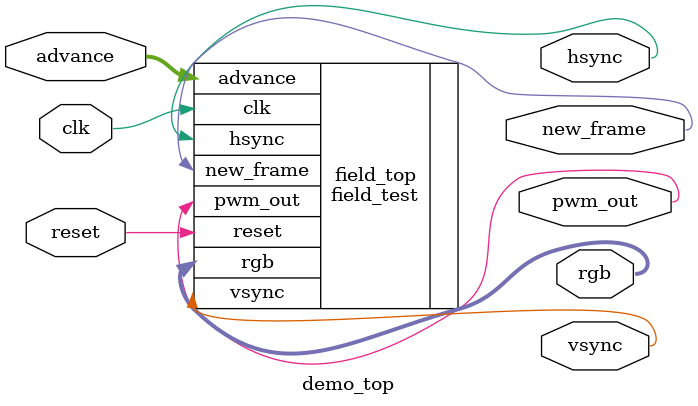
<source format=sv>
/*
 * Copyright (c) 2025 Toivo Henningsson
 * SPDX-License-Identifier: Apache-2.0
 */

`default_nettype none

`include "pwl4_synth.vh"


module demo_top #(parameter COLOR_CHANNEL_BITS=2, HALF_FPS=0) (
		input clk, reset,
		input wire [1:0] advance,

		output wire pwm_out,
		output wire [COLOR_CHANNEL_BITS*3-1:0] rgb,
		output wire hsync, vsync, new_frame
	);

/*
	pwl4_player player(
		.clk(clk), .reset(reset),.en(1), .advance(advance),
		.use_alt_osc(0),
		.pwm_out(pwm_out)
	);
*/

	field_test #(.COLOR_CHANNEL_BITS(COLOR_CHANNEL_BITS), .HALF_FPS(HALF_FPS)) field_top(
		.clk(clk), .reset(reset), .advance(advance),
		.rgb(rgb), .new_frame(new_frame), .hsync(hsync), .vsync(vsync),
		.pwm_out(pwm_out)
	);
endmodule : demo_top

</source>
